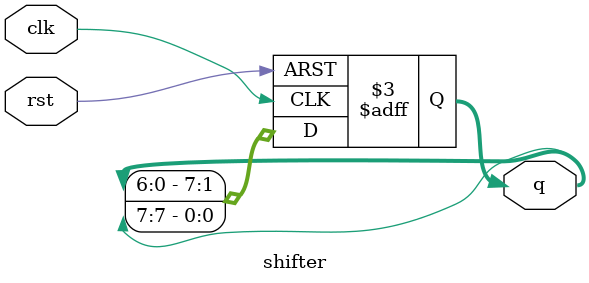
<source format=v>
`timescale 1ns / 1ps


`define BIT_WIDTH 8

module shifter(
    q,
    clk,
    rst
    );
    
    output [`BIT_WIDTH-1:0]q;
    input clk;
    input rst;
    
    reg [`BIT_WIDTH-1:0]q;
    
    always@(posedge clk or negedge rst)
    begin
        if(~rst)
        begin
            q <= `BIT_WIDTH'b01010101;
        end
        else
        begin
            q[0] <= q[7];
            q[1] <= q[0];
            q[2] <= q[1];
            q[3] <= q[2];
            q[4] <= q[3];
            q[5] <= q[4];
            q[6] <= q[5];
            q[7] <= q[6];
        end
    end
endmodule

</source>
